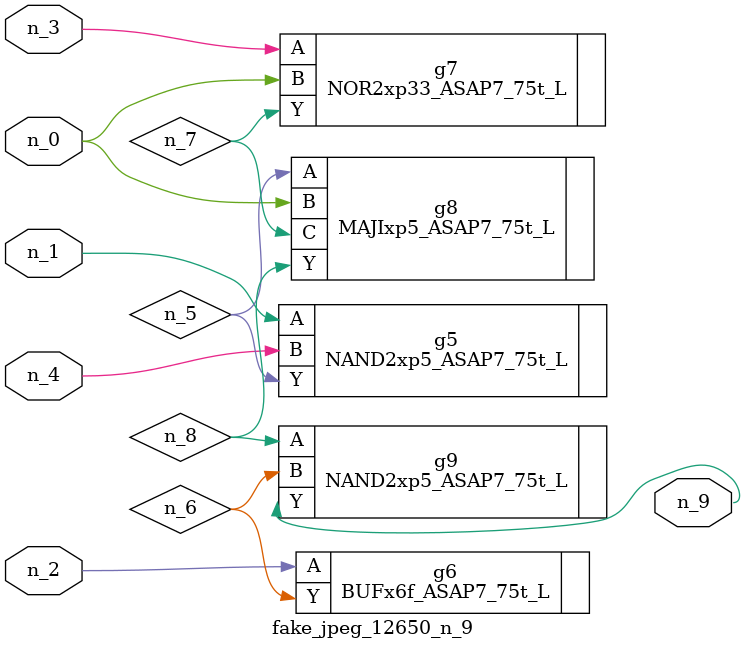
<source format=v>
module fake_jpeg_12650_n_9 (n_3, n_2, n_1, n_0, n_4, n_9);

input n_3;
input n_2;
input n_1;
input n_0;
input n_4;

output n_9;

wire n_8;
wire n_6;
wire n_5;
wire n_7;

NAND2xp5_ASAP7_75t_L g5 ( 
.A(n_1),
.B(n_4),
.Y(n_5)
);

BUFx6f_ASAP7_75t_L g6 ( 
.A(n_2),
.Y(n_6)
);

NOR2xp33_ASAP7_75t_L g7 ( 
.A(n_3),
.B(n_0),
.Y(n_7)
);

MAJIxp5_ASAP7_75t_L g8 ( 
.A(n_5),
.B(n_0),
.C(n_7),
.Y(n_8)
);

NAND2xp5_ASAP7_75t_L g9 ( 
.A(n_8),
.B(n_6),
.Y(n_9)
);


endmodule
</source>
